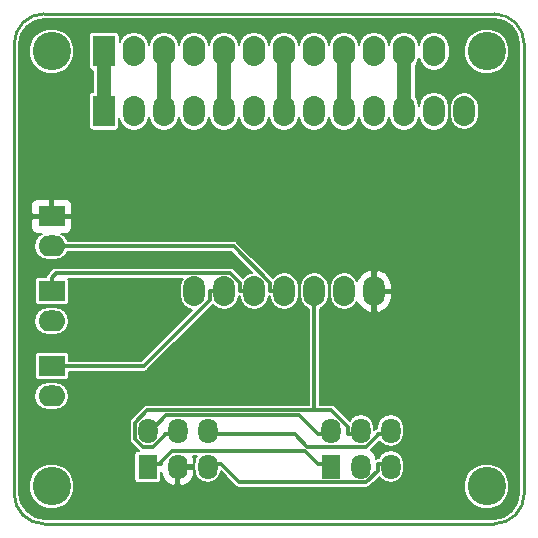
<source format=gtl>
%TF.GenerationSoftware,KiCad,Pcbnew,no-vcs-found-427e5ec~60~ubuntu16.04.1*%
%TF.CreationDate,2017-09-22T14:20:22-04:00*%
%TF.ProjectId,i2c_interface_mpr121,6932635F696E746572666163655F6D70,1.0*%
%TF.SameCoordinates,Original*%
%TF.FileFunction,Copper,L1,Top,Signal*%
%TF.FilePolarity,Positive*%
%FSLAX46Y46*%
G04 Gerber Fmt 4.6, Leading zero omitted, Abs format (unit mm)*
G04 Created by KiCad (PCBNEW no-vcs-found-427e5ec~60~ubuntu16.04.1) date Fri Sep 22 14:20:22 2017*
%MOMM*%
%LPD*%
G01*
G04 APERTURE LIST*
%TA.AperFunction,NonConductor*%
%ADD10C,0.228600*%
%TD*%
%TA.AperFunction,ComponentPad*%
%ADD11R,1.625600X2.133600*%
%TD*%
%TA.AperFunction,ComponentPad*%
%ADD12O,1.625600X2.133600*%
%TD*%
%TA.AperFunction,ComponentPad*%
%ADD13C,3.250000*%
%TD*%
%TA.AperFunction,ComponentPad*%
%ADD14O,1.854200X2.540000*%
%TD*%
%TA.AperFunction,ComponentPad*%
%ADD15R,1.854200X2.540000*%
%TD*%
%TA.AperFunction,ComponentPad*%
%ADD16O,1.905000X2.540000*%
%TD*%
%TA.AperFunction,ComponentPad*%
%ADD17R,1.905000X2.540000*%
%TD*%
%TA.AperFunction,ComponentPad*%
%ADD18O,2.286000X1.778000*%
%TD*%
%TA.AperFunction,ComponentPad*%
%ADD19R,2.286000X1.778000*%
%TD*%
%TA.AperFunction,Conductor*%
%ADD20C,0.304800*%
%TD*%
%TA.AperFunction,Conductor*%
%ADD21C,1.219200*%
%TD*%
%TA.AperFunction,Conductor*%
%ADD22C,0.203200*%
%TD*%
G04 APERTURE END LIST*
D10*
X142240000Y-101600000D02*
X104140000Y-101600000D01*
X144780000Y-142240000D02*
X144780000Y-104140000D01*
X104140000Y-144780000D02*
X142240000Y-144780000D01*
X101600000Y-104140000D02*
X101600000Y-142240000D01*
X144780000Y-104140000D02*
G75*
G03X142240000Y-101600000I-2540000J0D01*
G01*
X142240000Y-144780000D02*
G75*
G03X144780000Y-142240000I0J2540000D01*
G01*
X101600000Y-142240000D02*
G75*
G03X104140000Y-144780000I2540000J0D01*
G01*
X104140000Y-101600000D02*
G75*
G03X101600000Y-104140000I0J-2540000D01*
G01*
D11*
%TO.P,P1,1*%
%TO.N,/DSCLP*%
X112903000Y-139954000D03*
D12*
%TO.P,P1,2*%
%TO.N,/DSCLM*%
X112903000Y-136906000D03*
%TO.P,P1,3*%
%TO.N,VEE*%
X115443000Y-139954000D03*
%TO.P,P1,4*%
%TO.N,GND*%
X115443000Y-136906000D03*
%TO.P,P1,5*%
%TO.N,/DSDAP*%
X117983000Y-139954000D03*
%TO.P,P1,6*%
%TO.N,/DSDAM*%
X117983000Y-136906000D03*
%TD*%
%TO.P,P2,6*%
%TO.N,/DSDAM*%
X133477000Y-136906000D03*
%TO.P,P2,5*%
%TO.N,/DSDAP*%
X133477000Y-139954000D03*
%TO.P,P2,4*%
%TO.N,GND*%
X130937000Y-136906000D03*
%TO.P,P2,3*%
%TO.N,VEE*%
X130937000Y-139954000D03*
%TO.P,P2,2*%
%TO.N,/DSCLM*%
X128397000Y-136906000D03*
D11*
%TO.P,P2,1*%
%TO.N,/DSCLP*%
X128397000Y-139954000D03*
%TD*%
D13*
%TO.P,SO1,1*%
%TO.N,Net-(SO1-Pad1)*%
X104775000Y-104775000D03*
%TD*%
%TO.P,SO2,1*%
%TO.N,Net-(SO2-Pad1)*%
X104775000Y-141605000D03*
%TD*%
%TO.P,SO3,1*%
%TO.N,Net-(SO3-Pad1)*%
X141605000Y-141605000D03*
%TD*%
%TO.P,SO4,1*%
%TO.N,Net-(SO4-Pad1)*%
X141605000Y-104775000D03*
%TD*%
D14*
%TO.P,AF1,13*%
%TO.N,N/C*%
X139700000Y-109855000D03*
%TO.P,AF1,12*%
%TO.N,/IN_0*%
X137160000Y-109855000D03*
%TO.P,AF1,11*%
%TO.N,/IN_1*%
X134620000Y-109855000D03*
%TO.P,AF1,10*%
%TO.N,/IN_2*%
X132080000Y-109855000D03*
%TO.P,AF1,9*%
%TO.N,/IN_3*%
X129540000Y-109855000D03*
%TO.P,AF1,8*%
%TO.N,/IN_4*%
X127000000Y-109855000D03*
%TO.P,AF1,7*%
%TO.N,/IN_5*%
X124460000Y-109855000D03*
%TO.P,AF1,6*%
%TO.N,/IN_6*%
X121920000Y-109855000D03*
%TO.P,AF1,5*%
%TO.N,/IN_7*%
X119380000Y-109855000D03*
%TO.P,AF1,4*%
%TO.N,/IN_8*%
X116840000Y-109855000D03*
%TO.P,AF1,3*%
%TO.N,/IN_9*%
X114300000Y-109855000D03*
%TO.P,AF1,2*%
%TO.N,/IN_10*%
X111760000Y-109855000D03*
D15*
%TO.P,AF1,1*%
%TO.N,/IN_11*%
X109220000Y-109855000D03*
D14*
%TO.P,AF1,14*%
%TO.N,VEE*%
X132080000Y-125095000D03*
%TO.P,AF1,15*%
%TO.N,N/C*%
X129540000Y-125095000D03*
%TO.P,AF1,16*%
%TO.N,GND*%
X127000000Y-125095000D03*
%TO.P,AF1,17*%
%TO.N,/ADDR*%
X124460000Y-125095000D03*
%TO.P,AF1,18*%
%TO.N,/SDA*%
X121920000Y-125095000D03*
%TO.P,AF1,19*%
%TO.N,/SCL*%
X119380000Y-125095000D03*
%TO.P,AF1,20*%
%TO.N,N/C*%
X116840000Y-125095000D03*
%TD*%
D16*
%TO.P,T1,12*%
%TO.N,/IN_0*%
X137160000Y-104775000D03*
%TO.P,T1,11*%
%TO.N,/IN_1*%
X134620000Y-104775000D03*
%TO.P,T1,10*%
%TO.N,/IN_2*%
X132080000Y-104775000D03*
%TO.P,T1,9*%
%TO.N,/IN_3*%
X129540000Y-104775000D03*
%TO.P,T1,8*%
%TO.N,/IN_4*%
X127000000Y-104775000D03*
%TO.P,T1,7*%
%TO.N,/IN_5*%
X124460000Y-104775000D03*
%TO.P,T1,6*%
%TO.N,/IN_6*%
X121920000Y-104775000D03*
%TO.P,T1,5*%
%TO.N,/IN_7*%
X119380000Y-104775000D03*
D17*
%TO.P,T1,1*%
%TO.N,/IN_11*%
X109220000Y-104775000D03*
D16*
%TO.P,T1,2*%
%TO.N,/IN_10*%
X111760000Y-104775000D03*
%TO.P,T1,3*%
%TO.N,/IN_9*%
X114300000Y-104775000D03*
%TO.P,T1,4*%
%TO.N,/IN_8*%
X116840000Y-104775000D03*
%TD*%
D18*
%TO.P,S1,2*%
%TO.N,/ADDR*%
X104775000Y-121285000D03*
D19*
%TO.P,S1,1*%
%TO.N,VEE*%
X104775000Y-118745000D03*
%TD*%
%TO.P,S2,1*%
%TO.N,/SDA*%
X104775000Y-125095000D03*
D18*
%TO.P,S2,2*%
%TO.N,/ADDR*%
X104775000Y-127635000D03*
%TD*%
%TO.P,S3,2*%
%TO.N,/ADDR*%
X104775000Y-133985000D03*
D19*
%TO.P,S3,1*%
%TO.N,/SCL*%
X104775000Y-131445000D03*
%TD*%
D20*
%TO.N,/SCL*%
X118173500Y-125832400D02*
X118173500Y-125095000D01*
X112560900Y-131445000D02*
X118173500Y-125832400D01*
X104775000Y-131445000D02*
X112560900Y-131445000D01*
X119380000Y-125095000D02*
X118173500Y-125095000D01*
%TO.N,/SDA*%
X120713500Y-124357600D02*
X120713500Y-125095000D01*
X119913600Y-123557700D02*
X120713500Y-124357600D01*
X105143900Y-123557700D02*
X119913600Y-123557700D01*
X104775000Y-123926600D02*
X105143900Y-123557700D01*
X104775000Y-125095000D02*
X104775000Y-123926600D01*
X121920000Y-125095000D02*
X120713500Y-125095000D01*
%TO.N,GND*%
X130937000Y-137160000D02*
X129844800Y-137160000D01*
X115443000Y-137160000D02*
X114350800Y-137160000D01*
X127000000Y-125095000D02*
X127000000Y-135164800D01*
X128446900Y-135164800D02*
X127000000Y-135164800D01*
X129844800Y-136562700D02*
X128446900Y-135164800D01*
X129844800Y-137160000D02*
X129844800Y-136562700D01*
X114350800Y-137296800D02*
X114350800Y-137160000D01*
X113395500Y-138252100D02*
X114350800Y-137296800D01*
X112472300Y-138252100D02*
X113395500Y-138252100D01*
X111834900Y-137614700D02*
X112472300Y-138252100D01*
X111834900Y-136210600D02*
X111834900Y-137614700D01*
X112880700Y-135164800D02*
X111834900Y-136210600D01*
X127000000Y-135164800D02*
X112880700Y-135164800D01*
D21*
%TO.N,/IN_11*%
X109220000Y-104775000D02*
X109220000Y-109855000D01*
%TO.N,/IN_9*%
X114300000Y-104775000D02*
X114300000Y-109855000D01*
%TO.N,/IN_7*%
X119380000Y-104775000D02*
X119380000Y-109855000D01*
%TO.N,/IN_5*%
X124460000Y-104775000D02*
X124460000Y-109855000D01*
%TO.N,/IN_3*%
X129540000Y-104775000D02*
X129540000Y-109855000D01*
%TO.N,/IN_1*%
X134620000Y-104775000D02*
X134620000Y-109855000D01*
D20*
%TO.N,/DSCLP*%
X112903000Y-139700000D02*
X113995200Y-139700000D01*
X128397000Y-139700000D02*
X127304800Y-139700000D01*
X126212600Y-138607800D02*
X127304800Y-139700000D01*
X114950900Y-138607800D02*
X126212600Y-138607800D01*
X113995200Y-139563500D02*
X114950900Y-138607800D01*
X113995200Y-139700000D02*
X113995200Y-139563500D01*
%TO.N,/DSCLM*%
X114491400Y-135571600D02*
X112903000Y-137160000D01*
X125716400Y-135571600D02*
X114491400Y-135571600D01*
X127304800Y-137160000D02*
X125716400Y-135571600D01*
X128397000Y-137160000D02*
X127304800Y-137160000D01*
%TO.N,/DSDAP*%
X120650400Y-141275200D02*
X119075200Y-139700000D01*
X131406900Y-141275200D02*
X120650400Y-141275200D01*
X132384800Y-140297300D02*
X131406900Y-141275200D01*
X132384800Y-139700000D02*
X132384800Y-140297300D01*
X133477000Y-139700000D02*
X132384800Y-139700000D01*
X117983000Y-139700000D02*
X119075200Y-139700000D01*
%TO.N,/DSDAM*%
X132384800Y-137296800D02*
X132384800Y-137160000D01*
X131429500Y-138252100D02*
X132384800Y-137296800D01*
X126432200Y-138252100D02*
X131429500Y-138252100D01*
X125340100Y-137160000D02*
X126432200Y-138252100D01*
X117983000Y-137160000D02*
X125340100Y-137160000D01*
X133477000Y-137160000D02*
X132384800Y-137160000D01*
%TO.N,/ADDR*%
X123253500Y-124357600D02*
X123253500Y-125095000D01*
X120180900Y-121285000D02*
X123253500Y-124357600D01*
X104775000Y-121285000D02*
X120180900Y-121285000D01*
X124460000Y-125095000D02*
X123253500Y-125095000D01*
%TD*%
D22*
%TO.N,VEE*%
G36*
X143048490Y-102188129D02*
X143733896Y-102646102D01*
X144191871Y-103331510D01*
X144360900Y-104181277D01*
X144360900Y-142198723D01*
X144191871Y-143048490D01*
X143733896Y-143733898D01*
X143048490Y-144191871D01*
X142198723Y-144360900D01*
X104181277Y-144360900D01*
X103331510Y-144191871D01*
X102646102Y-143733896D01*
X102188129Y-143048490D01*
X102019100Y-142198723D01*
X102019100Y-141987177D01*
X102844866Y-141987177D01*
X103138041Y-142696716D01*
X103680429Y-143240051D01*
X104389455Y-143534464D01*
X105157177Y-143535134D01*
X105866716Y-143241959D01*
X106410051Y-142699571D01*
X106704464Y-141990545D01*
X106704466Y-141987177D01*
X139674866Y-141987177D01*
X139968041Y-142696716D01*
X140510429Y-143240051D01*
X141219455Y-143534464D01*
X141987177Y-143535134D01*
X142696716Y-143241959D01*
X143240051Y-142699571D01*
X143534464Y-141990545D01*
X143535134Y-141222823D01*
X143241959Y-140513284D01*
X142699571Y-139969949D01*
X141990545Y-139675536D01*
X141222823Y-139674866D01*
X140513284Y-139968041D01*
X139969949Y-140510429D01*
X139675536Y-141219455D01*
X139674866Y-141987177D01*
X106704466Y-141987177D01*
X106705134Y-141222823D01*
X106411959Y-140513284D01*
X105869571Y-139969949D01*
X105160545Y-139675536D01*
X104392823Y-139674866D01*
X103683284Y-139968041D01*
X103139949Y-140510429D01*
X102845536Y-141219455D01*
X102844866Y-141987177D01*
X102019100Y-141987177D01*
X102019100Y-136210600D01*
X111377700Y-136210600D01*
X111377700Y-137614700D01*
X111412502Y-137789663D01*
X111511611Y-137937989D01*
X112149011Y-138575389D01*
X112150567Y-138576429D01*
X112090200Y-138576429D01*
X111971273Y-138600085D01*
X111870452Y-138667452D01*
X111803085Y-138768273D01*
X111779429Y-138887200D01*
X111779429Y-141020800D01*
X111803085Y-141139727D01*
X111870452Y-141240548D01*
X111971273Y-141307915D01*
X112090200Y-141331571D01*
X113715800Y-141331571D01*
X113834727Y-141307915D01*
X113935548Y-141240548D01*
X114002915Y-141139727D01*
X114026571Y-141020800D01*
X114026571Y-140364478D01*
X114172494Y-140867408D01*
X114521550Y-141303415D01*
X115010888Y-141572655D01*
X115071245Y-141580960D01*
X115290600Y-141468823D01*
X115290600Y-140106400D01*
X115595400Y-140106400D01*
X115595400Y-141468823D01*
X115814755Y-141580960D01*
X115875112Y-141572655D01*
X116364450Y-141303415D01*
X116713506Y-140867408D01*
X116869139Y-140331012D01*
X116718424Y-140106400D01*
X115595400Y-140106400D01*
X115290600Y-140106400D01*
X115270600Y-140106400D01*
X115270600Y-139801600D01*
X115290600Y-139801600D01*
X115290600Y-139781600D01*
X115595400Y-139781600D01*
X115595400Y-139801600D01*
X116718424Y-139801600D01*
X116869139Y-139576988D01*
X116720588Y-139065000D01*
X117071039Y-139065000D01*
X116950472Y-139245442D01*
X116865400Y-139673129D01*
X116865400Y-140234871D01*
X116950472Y-140662558D01*
X117192737Y-141025134D01*
X117555313Y-141267399D01*
X117983000Y-141352471D01*
X118410687Y-141267399D01*
X118773263Y-141025134D01*
X119015528Y-140662558D01*
X119077853Y-140349231D01*
X120327111Y-141598489D01*
X120475437Y-141697598D01*
X120650400Y-141732400D01*
X131406900Y-141732400D01*
X131581863Y-141697598D01*
X131730189Y-141598489D01*
X132533252Y-140795427D01*
X132686737Y-141025134D01*
X133049313Y-141267399D01*
X133477000Y-141352471D01*
X133904687Y-141267399D01*
X134267263Y-141025134D01*
X134509528Y-140662558D01*
X134594600Y-140234871D01*
X134594600Y-139673129D01*
X134509528Y-139245442D01*
X134267263Y-138882866D01*
X133904687Y-138640601D01*
X133477000Y-138555529D01*
X133049313Y-138640601D01*
X132686737Y-138882866D01*
X132446237Y-139242800D01*
X132384800Y-139242800D01*
X132272648Y-139265108D01*
X132207506Y-139040592D01*
X131858450Y-138604585D01*
X131771457Y-138556721D01*
X132552277Y-137775901D01*
X132686737Y-137977134D01*
X133049313Y-138219399D01*
X133477000Y-138304471D01*
X133904687Y-138219399D01*
X134267263Y-137977134D01*
X134509528Y-137614558D01*
X134594600Y-137186871D01*
X134594600Y-136625129D01*
X134509528Y-136197442D01*
X134267263Y-135834866D01*
X133904687Y-135592601D01*
X133477000Y-135507529D01*
X133049313Y-135592601D01*
X132686737Y-135834866D01*
X132444472Y-136197442D01*
X132359400Y-136625129D01*
X132359400Y-136707852D01*
X132209837Y-136737602D01*
X132061511Y-136836711D01*
X132054600Y-136847054D01*
X132054600Y-136625129D01*
X131969528Y-136197442D01*
X131727263Y-135834866D01*
X131364687Y-135592601D01*
X130937000Y-135507529D01*
X130509313Y-135592601D01*
X130146737Y-135834866D01*
X129993252Y-136064574D01*
X128770189Y-134841511D01*
X128621863Y-134742402D01*
X128446900Y-134707600D01*
X127457200Y-134707600D01*
X127457200Y-126609709D01*
X127471428Y-126606879D01*
X127871085Y-126339837D01*
X128138127Y-125940180D01*
X128231900Y-125468752D01*
X128231900Y-124721248D01*
X128308100Y-124721248D01*
X128308100Y-125468752D01*
X128401873Y-125940180D01*
X128668915Y-126339837D01*
X129068572Y-126606879D01*
X129540000Y-126700652D01*
X130011428Y-126606879D01*
X130411085Y-126339837D01*
X130658586Y-125969425D01*
X130718595Y-126166769D01*
X131101152Y-126632274D01*
X131632730Y-126915947D01*
X131690269Y-126924357D01*
X131927600Y-126813785D01*
X131927600Y-125247400D01*
X132232400Y-125247400D01*
X132232400Y-126813785D01*
X132469731Y-126924357D01*
X132527270Y-126915947D01*
X133058848Y-126632274D01*
X133441405Y-126166769D01*
X133616700Y-125590300D01*
X133616700Y-125247400D01*
X132232400Y-125247400D01*
X131927600Y-125247400D01*
X131907600Y-125247400D01*
X131907600Y-124942600D01*
X131927600Y-124942600D01*
X131927600Y-123376215D01*
X132232400Y-123376215D01*
X132232400Y-124942600D01*
X133616700Y-124942600D01*
X133616700Y-124599700D01*
X133441405Y-124023231D01*
X133058848Y-123557726D01*
X132527270Y-123274053D01*
X132469731Y-123265643D01*
X132232400Y-123376215D01*
X131927600Y-123376215D01*
X131690269Y-123265643D01*
X131632730Y-123274053D01*
X131101152Y-123557726D01*
X130718595Y-124023231D01*
X130658586Y-124220575D01*
X130411085Y-123850163D01*
X130011428Y-123583121D01*
X129540000Y-123489348D01*
X129068572Y-123583121D01*
X128668915Y-123850163D01*
X128401873Y-124249820D01*
X128308100Y-124721248D01*
X128231900Y-124721248D01*
X128138127Y-124249820D01*
X127871085Y-123850163D01*
X127471428Y-123583121D01*
X127000000Y-123489348D01*
X126528572Y-123583121D01*
X126128915Y-123850163D01*
X125861873Y-124249820D01*
X125768100Y-124721248D01*
X125768100Y-125468752D01*
X125861873Y-125940180D01*
X126128915Y-126339837D01*
X126528572Y-126606879D01*
X126542800Y-126609709D01*
X126542800Y-134707600D01*
X112880700Y-134707600D01*
X112705737Y-134742402D01*
X112557411Y-134841510D01*
X111511611Y-135887311D01*
X111412502Y-136035637D01*
X111377700Y-136210600D01*
X102019100Y-136210600D01*
X102019100Y-133985000D01*
X103298836Y-133985000D01*
X103389709Y-134441847D01*
X103648492Y-134829144D01*
X104035789Y-135087927D01*
X104492636Y-135178800D01*
X105057364Y-135178800D01*
X105514211Y-135087927D01*
X105901508Y-134829144D01*
X106160291Y-134441847D01*
X106251164Y-133985000D01*
X106160291Y-133528153D01*
X105901508Y-133140856D01*
X105514211Y-132882073D01*
X105057364Y-132791200D01*
X104492636Y-132791200D01*
X104035789Y-132882073D01*
X103648492Y-133140856D01*
X103389709Y-133528153D01*
X103298836Y-133985000D01*
X102019100Y-133985000D01*
X102019100Y-127635000D01*
X103298836Y-127635000D01*
X103389709Y-128091847D01*
X103648492Y-128479144D01*
X104035789Y-128737927D01*
X104492636Y-128828800D01*
X105057364Y-128828800D01*
X105514211Y-128737927D01*
X105901508Y-128479144D01*
X106160291Y-128091847D01*
X106251164Y-127635000D01*
X106160291Y-127178153D01*
X105901508Y-126790856D01*
X105514211Y-126532073D01*
X105057364Y-126441200D01*
X104492636Y-126441200D01*
X104035789Y-126532073D01*
X103648492Y-126790856D01*
X103389709Y-127178153D01*
X103298836Y-127635000D01*
X102019100Y-127635000D01*
X102019100Y-119049800D01*
X103022400Y-119049800D01*
X103022400Y-119755257D01*
X103115206Y-119979311D01*
X103286689Y-120150794D01*
X103510743Y-120243600D01*
X103943707Y-120243600D01*
X103648492Y-120440856D01*
X103389709Y-120828153D01*
X103298836Y-121285000D01*
X103389709Y-121741847D01*
X103648492Y-122129144D01*
X104035789Y-122387927D01*
X104492636Y-122478800D01*
X105057364Y-122478800D01*
X105514211Y-122387927D01*
X105901508Y-122129144D01*
X106160055Y-121742200D01*
X119991522Y-121742200D01*
X121768754Y-123519433D01*
X121448572Y-123583121D01*
X121048915Y-123850163D01*
X120970299Y-123967820D01*
X120236889Y-123234411D01*
X120088563Y-123135302D01*
X119913600Y-123100500D01*
X105143900Y-123100500D01*
X104968937Y-123135302D01*
X104820611Y-123234411D01*
X104451711Y-123603311D01*
X104352602Y-123751637D01*
X104324040Y-123895229D01*
X103632000Y-123895229D01*
X103513073Y-123918885D01*
X103412252Y-123986252D01*
X103344885Y-124087073D01*
X103321229Y-124206000D01*
X103321229Y-125984000D01*
X103344885Y-126102927D01*
X103412252Y-126203748D01*
X103513073Y-126271115D01*
X103632000Y-126294771D01*
X105918000Y-126294771D01*
X106036927Y-126271115D01*
X106137748Y-126203748D01*
X106205115Y-126102927D01*
X106228771Y-125984000D01*
X106228771Y-124206000D01*
X106205115Y-124087073D01*
X106156890Y-124014900D01*
X115858841Y-124014900D01*
X115701873Y-124249820D01*
X115608100Y-124721248D01*
X115608100Y-125468752D01*
X115701873Y-125940180D01*
X115968915Y-126339837D01*
X116368572Y-126606879D01*
X116688755Y-126670567D01*
X112371522Y-130987800D01*
X106228771Y-130987800D01*
X106228771Y-130556000D01*
X106205115Y-130437073D01*
X106137748Y-130336252D01*
X106036927Y-130268885D01*
X105918000Y-130245229D01*
X103632000Y-130245229D01*
X103513073Y-130268885D01*
X103412252Y-130336252D01*
X103344885Y-130437073D01*
X103321229Y-130556000D01*
X103321229Y-132334000D01*
X103344885Y-132452927D01*
X103412252Y-132553748D01*
X103513073Y-132621115D01*
X103632000Y-132644771D01*
X105918000Y-132644771D01*
X106036927Y-132621115D01*
X106137748Y-132553748D01*
X106205115Y-132452927D01*
X106228771Y-132334000D01*
X106228771Y-131902200D01*
X112560900Y-131902200D01*
X112735863Y-131867398D01*
X112884189Y-131768289D01*
X118430299Y-126222179D01*
X118508915Y-126339837D01*
X118908572Y-126606879D01*
X119380000Y-126700652D01*
X119851428Y-126606879D01*
X120251085Y-126339837D01*
X120518127Y-125940180D01*
X120599800Y-125529584D01*
X120704336Y-125550377D01*
X120781873Y-125940180D01*
X121048915Y-126339837D01*
X121448572Y-126606879D01*
X121920000Y-126700652D01*
X122391428Y-126606879D01*
X122791085Y-126339837D01*
X123058127Y-125940180D01*
X123139800Y-125529584D01*
X123244336Y-125550377D01*
X123321873Y-125940180D01*
X123588915Y-126339837D01*
X123988572Y-126606879D01*
X124460000Y-126700652D01*
X124931428Y-126606879D01*
X125331085Y-126339837D01*
X125598127Y-125940180D01*
X125691900Y-125468752D01*
X125691900Y-124721248D01*
X125598127Y-124249820D01*
X125331085Y-123850163D01*
X124931428Y-123583121D01*
X124460000Y-123489348D01*
X123988572Y-123583121D01*
X123588915Y-123850163D01*
X123510299Y-123967820D01*
X120504189Y-120961711D01*
X120355863Y-120862602D01*
X120180900Y-120827800D01*
X106160055Y-120827800D01*
X105901508Y-120440856D01*
X105606293Y-120243600D01*
X106039257Y-120243600D01*
X106263311Y-120150794D01*
X106434794Y-119979311D01*
X106527600Y-119755257D01*
X106527600Y-119049800D01*
X106375200Y-118897400D01*
X104927400Y-118897400D01*
X104927400Y-118917400D01*
X104622600Y-118917400D01*
X104622600Y-118897400D01*
X103174800Y-118897400D01*
X103022400Y-119049800D01*
X102019100Y-119049800D01*
X102019100Y-117734743D01*
X103022400Y-117734743D01*
X103022400Y-118440200D01*
X103174800Y-118592600D01*
X104622600Y-118592600D01*
X104622600Y-117398800D01*
X104927400Y-117398800D01*
X104927400Y-118592600D01*
X106375200Y-118592600D01*
X106527600Y-118440200D01*
X106527600Y-117734743D01*
X106434794Y-117510689D01*
X106263311Y-117339206D01*
X106039257Y-117246400D01*
X105079800Y-117246400D01*
X104927400Y-117398800D01*
X104622600Y-117398800D01*
X104470200Y-117246400D01*
X103510743Y-117246400D01*
X103286689Y-117339206D01*
X103115206Y-117510689D01*
X103022400Y-117734743D01*
X102019100Y-117734743D01*
X102019100Y-105157177D01*
X102844866Y-105157177D01*
X103138041Y-105866716D01*
X103680429Y-106410051D01*
X104389455Y-106704464D01*
X105157177Y-106705134D01*
X105866716Y-106411959D01*
X106410051Y-105869571D01*
X106704464Y-105160545D01*
X106705134Y-104392823D01*
X106411959Y-103683284D01*
X106233986Y-103505000D01*
X107904934Y-103505000D01*
X107904934Y-106045000D01*
X107932533Y-106183748D01*
X108011127Y-106301373D01*
X108128752Y-106379967D01*
X108254800Y-106405040D01*
X108254800Y-108230013D01*
X108154152Y-108250033D01*
X108036527Y-108328627D01*
X107957933Y-108446252D01*
X107930334Y-108585000D01*
X107930334Y-111125000D01*
X107957933Y-111263748D01*
X108036527Y-111381373D01*
X108154152Y-111459967D01*
X108292900Y-111487566D01*
X110147100Y-111487566D01*
X110285848Y-111459967D01*
X110403473Y-111381373D01*
X110482067Y-111263748D01*
X110509666Y-111125000D01*
X110509666Y-110392461D01*
X110574940Y-110720615D01*
X110852994Y-111136753D01*
X111269132Y-111414807D01*
X111760000Y-111512447D01*
X112250868Y-111414807D01*
X112667006Y-111136753D01*
X112945060Y-110720615D01*
X113030000Y-110293594D01*
X113114940Y-110720615D01*
X113392994Y-111136753D01*
X113809132Y-111414807D01*
X114300000Y-111512447D01*
X114790868Y-111414807D01*
X115207006Y-111136753D01*
X115485060Y-110720615D01*
X115570000Y-110293594D01*
X115654940Y-110720615D01*
X115932994Y-111136753D01*
X116349132Y-111414807D01*
X116840000Y-111512447D01*
X117330868Y-111414807D01*
X117747006Y-111136753D01*
X118025060Y-110720615D01*
X118110000Y-110293594D01*
X118194940Y-110720615D01*
X118472994Y-111136753D01*
X118889132Y-111414807D01*
X119380000Y-111512447D01*
X119870868Y-111414807D01*
X120287006Y-111136753D01*
X120565060Y-110720615D01*
X120650000Y-110293594D01*
X120734940Y-110720615D01*
X121012994Y-111136753D01*
X121429132Y-111414807D01*
X121920000Y-111512447D01*
X122410868Y-111414807D01*
X122827006Y-111136753D01*
X123105060Y-110720615D01*
X123190000Y-110293594D01*
X123274940Y-110720615D01*
X123552994Y-111136753D01*
X123969132Y-111414807D01*
X124460000Y-111512447D01*
X124950868Y-111414807D01*
X125367006Y-111136753D01*
X125645060Y-110720615D01*
X125730000Y-110293594D01*
X125814940Y-110720615D01*
X126092994Y-111136753D01*
X126509132Y-111414807D01*
X127000000Y-111512447D01*
X127490868Y-111414807D01*
X127907006Y-111136753D01*
X128185060Y-110720615D01*
X128270000Y-110293594D01*
X128354940Y-110720615D01*
X128632994Y-111136753D01*
X129049132Y-111414807D01*
X129540000Y-111512447D01*
X130030868Y-111414807D01*
X130447006Y-111136753D01*
X130725060Y-110720615D01*
X130810000Y-110293594D01*
X130894940Y-110720615D01*
X131172994Y-111136753D01*
X131589132Y-111414807D01*
X132080000Y-111512447D01*
X132570868Y-111414807D01*
X132987006Y-111136753D01*
X133265060Y-110720615D01*
X133350000Y-110293594D01*
X133434940Y-110720615D01*
X133712994Y-111136753D01*
X134129132Y-111414807D01*
X134620000Y-111512447D01*
X135110868Y-111414807D01*
X135527006Y-111136753D01*
X135805060Y-110720615D01*
X135890000Y-110293594D01*
X135974940Y-110720615D01*
X136252994Y-111136753D01*
X136669132Y-111414807D01*
X137160000Y-111512447D01*
X137650868Y-111414807D01*
X138067006Y-111136753D01*
X138345060Y-110720615D01*
X138442700Y-110229747D01*
X138442700Y-109481248D01*
X138468100Y-109481248D01*
X138468100Y-110228752D01*
X138561873Y-110700180D01*
X138828915Y-111099837D01*
X139228572Y-111366879D01*
X139700000Y-111460652D01*
X140171428Y-111366879D01*
X140571085Y-111099837D01*
X140838127Y-110700180D01*
X140931900Y-110228752D01*
X140931900Y-109481248D01*
X140838127Y-109009820D01*
X140571085Y-108610163D01*
X140171428Y-108343121D01*
X139700000Y-108249348D01*
X139228572Y-108343121D01*
X138828915Y-108610163D01*
X138561873Y-109009820D01*
X138468100Y-109481248D01*
X138442700Y-109481248D01*
X138442700Y-109480253D01*
X138345060Y-108989385D01*
X138067006Y-108573247D01*
X137650868Y-108295193D01*
X137160000Y-108197553D01*
X136669132Y-108295193D01*
X136252994Y-108573247D01*
X135974940Y-108989385D01*
X135890000Y-109416406D01*
X135805060Y-108989385D01*
X135585200Y-108660341D01*
X135585200Y-105989099D01*
X135828527Y-105624935D01*
X135890000Y-105315889D01*
X135951473Y-105624935D01*
X136235034Y-106049313D01*
X136659412Y-106332874D01*
X137160000Y-106432447D01*
X137660588Y-106332874D01*
X138084966Y-106049313D01*
X138368527Y-105624935D01*
X138461569Y-105157177D01*
X139674866Y-105157177D01*
X139968041Y-105866716D01*
X140510429Y-106410051D01*
X141219455Y-106704464D01*
X141987177Y-106705134D01*
X142696716Y-106411959D01*
X143240051Y-105869571D01*
X143534464Y-105160545D01*
X143535134Y-104392823D01*
X143241959Y-103683284D01*
X142699571Y-103139949D01*
X141990545Y-102845536D01*
X141222823Y-102844866D01*
X140513284Y-103138041D01*
X139969949Y-103680429D01*
X139675536Y-104389455D01*
X139674866Y-105157177D01*
X138461569Y-105157177D01*
X138468100Y-105124347D01*
X138468100Y-104425653D01*
X138368527Y-103925065D01*
X138084966Y-103500687D01*
X137660588Y-103217126D01*
X137160000Y-103117553D01*
X136659412Y-103217126D01*
X136235034Y-103500687D01*
X135951473Y-103925065D01*
X135890000Y-104234111D01*
X135828527Y-103925065D01*
X135544966Y-103500687D01*
X135120588Y-103217126D01*
X134620000Y-103117553D01*
X134119412Y-103217126D01*
X133695034Y-103500687D01*
X133411473Y-103925065D01*
X133350000Y-104234111D01*
X133288527Y-103925065D01*
X133004966Y-103500687D01*
X132580588Y-103217126D01*
X132080000Y-103117553D01*
X131579412Y-103217126D01*
X131155034Y-103500687D01*
X130871473Y-103925065D01*
X130810000Y-104234111D01*
X130748527Y-103925065D01*
X130464966Y-103500687D01*
X130040588Y-103217126D01*
X129540000Y-103117553D01*
X129039412Y-103217126D01*
X128615034Y-103500687D01*
X128331473Y-103925065D01*
X128270000Y-104234111D01*
X128208527Y-103925065D01*
X127924966Y-103500687D01*
X127500588Y-103217126D01*
X127000000Y-103117553D01*
X126499412Y-103217126D01*
X126075034Y-103500687D01*
X125791473Y-103925065D01*
X125730000Y-104234111D01*
X125668527Y-103925065D01*
X125384966Y-103500687D01*
X124960588Y-103217126D01*
X124460000Y-103117553D01*
X123959412Y-103217126D01*
X123535034Y-103500687D01*
X123251473Y-103925065D01*
X123190000Y-104234111D01*
X123128527Y-103925065D01*
X122844966Y-103500687D01*
X122420588Y-103217126D01*
X121920000Y-103117553D01*
X121419412Y-103217126D01*
X120995034Y-103500687D01*
X120711473Y-103925065D01*
X120650000Y-104234111D01*
X120588527Y-103925065D01*
X120304966Y-103500687D01*
X119880588Y-103217126D01*
X119380000Y-103117553D01*
X118879412Y-103217126D01*
X118455034Y-103500687D01*
X118171473Y-103925065D01*
X118110000Y-104234111D01*
X118048527Y-103925065D01*
X117764966Y-103500687D01*
X117340588Y-103217126D01*
X116840000Y-103117553D01*
X116339412Y-103217126D01*
X115915034Y-103500687D01*
X115631473Y-103925065D01*
X115570000Y-104234111D01*
X115508527Y-103925065D01*
X115224966Y-103500687D01*
X114800588Y-103217126D01*
X114300000Y-103117553D01*
X113799412Y-103217126D01*
X113375034Y-103500687D01*
X113091473Y-103925065D01*
X113030000Y-104234111D01*
X112968527Y-103925065D01*
X112684966Y-103500687D01*
X112260588Y-103217126D01*
X111760000Y-103117553D01*
X111259412Y-103217126D01*
X110835034Y-103500687D01*
X110551473Y-103925065D01*
X110535066Y-104007549D01*
X110535066Y-103505000D01*
X110507467Y-103366252D01*
X110428873Y-103248627D01*
X110311248Y-103170033D01*
X110172500Y-103142434D01*
X108267500Y-103142434D01*
X108128752Y-103170033D01*
X108011127Y-103248627D01*
X107932533Y-103366252D01*
X107904934Y-103505000D01*
X106233986Y-103505000D01*
X105869571Y-103139949D01*
X105160545Y-102845536D01*
X104392823Y-102844866D01*
X103683284Y-103138041D01*
X103139949Y-103680429D01*
X102845536Y-104389455D01*
X102844866Y-105157177D01*
X102019100Y-105157177D01*
X102019100Y-104181277D01*
X102188129Y-103331510D01*
X102646102Y-102646104D01*
X103331510Y-102188129D01*
X104181277Y-102019100D01*
X142198723Y-102019100D01*
X143048490Y-102188129D01*
X143048490Y-102188129D01*
G37*
X143048490Y-102188129D02*
X143733896Y-102646102D01*
X144191871Y-103331510D01*
X144360900Y-104181277D01*
X144360900Y-142198723D01*
X144191871Y-143048490D01*
X143733896Y-143733898D01*
X143048490Y-144191871D01*
X142198723Y-144360900D01*
X104181277Y-144360900D01*
X103331510Y-144191871D01*
X102646102Y-143733896D01*
X102188129Y-143048490D01*
X102019100Y-142198723D01*
X102019100Y-141987177D01*
X102844866Y-141987177D01*
X103138041Y-142696716D01*
X103680429Y-143240051D01*
X104389455Y-143534464D01*
X105157177Y-143535134D01*
X105866716Y-143241959D01*
X106410051Y-142699571D01*
X106704464Y-141990545D01*
X106704466Y-141987177D01*
X139674866Y-141987177D01*
X139968041Y-142696716D01*
X140510429Y-143240051D01*
X141219455Y-143534464D01*
X141987177Y-143535134D01*
X142696716Y-143241959D01*
X143240051Y-142699571D01*
X143534464Y-141990545D01*
X143535134Y-141222823D01*
X143241959Y-140513284D01*
X142699571Y-139969949D01*
X141990545Y-139675536D01*
X141222823Y-139674866D01*
X140513284Y-139968041D01*
X139969949Y-140510429D01*
X139675536Y-141219455D01*
X139674866Y-141987177D01*
X106704466Y-141987177D01*
X106705134Y-141222823D01*
X106411959Y-140513284D01*
X105869571Y-139969949D01*
X105160545Y-139675536D01*
X104392823Y-139674866D01*
X103683284Y-139968041D01*
X103139949Y-140510429D01*
X102845536Y-141219455D01*
X102844866Y-141987177D01*
X102019100Y-141987177D01*
X102019100Y-136210600D01*
X111377700Y-136210600D01*
X111377700Y-137614700D01*
X111412502Y-137789663D01*
X111511611Y-137937989D01*
X112149011Y-138575389D01*
X112150567Y-138576429D01*
X112090200Y-138576429D01*
X111971273Y-138600085D01*
X111870452Y-138667452D01*
X111803085Y-138768273D01*
X111779429Y-138887200D01*
X111779429Y-141020800D01*
X111803085Y-141139727D01*
X111870452Y-141240548D01*
X111971273Y-141307915D01*
X112090200Y-141331571D01*
X113715800Y-141331571D01*
X113834727Y-141307915D01*
X113935548Y-141240548D01*
X114002915Y-141139727D01*
X114026571Y-141020800D01*
X114026571Y-140364478D01*
X114172494Y-140867408D01*
X114521550Y-141303415D01*
X115010888Y-141572655D01*
X115071245Y-141580960D01*
X115290600Y-141468823D01*
X115290600Y-140106400D01*
X115595400Y-140106400D01*
X115595400Y-141468823D01*
X115814755Y-141580960D01*
X115875112Y-141572655D01*
X116364450Y-141303415D01*
X116713506Y-140867408D01*
X116869139Y-140331012D01*
X116718424Y-140106400D01*
X115595400Y-140106400D01*
X115290600Y-140106400D01*
X115270600Y-140106400D01*
X115270600Y-139801600D01*
X115290600Y-139801600D01*
X115290600Y-139781600D01*
X115595400Y-139781600D01*
X115595400Y-139801600D01*
X116718424Y-139801600D01*
X116869139Y-139576988D01*
X116720588Y-139065000D01*
X117071039Y-139065000D01*
X116950472Y-139245442D01*
X116865400Y-139673129D01*
X116865400Y-140234871D01*
X116950472Y-140662558D01*
X117192737Y-141025134D01*
X117555313Y-141267399D01*
X117983000Y-141352471D01*
X118410687Y-141267399D01*
X118773263Y-141025134D01*
X119015528Y-140662558D01*
X119077853Y-140349231D01*
X120327111Y-141598489D01*
X120475437Y-141697598D01*
X120650400Y-141732400D01*
X131406900Y-141732400D01*
X131581863Y-141697598D01*
X131730189Y-141598489D01*
X132533252Y-140795427D01*
X132686737Y-141025134D01*
X133049313Y-141267399D01*
X133477000Y-141352471D01*
X133904687Y-141267399D01*
X134267263Y-141025134D01*
X134509528Y-140662558D01*
X134594600Y-140234871D01*
X134594600Y-139673129D01*
X134509528Y-139245442D01*
X134267263Y-138882866D01*
X133904687Y-138640601D01*
X133477000Y-138555529D01*
X133049313Y-138640601D01*
X132686737Y-138882866D01*
X132446237Y-139242800D01*
X132384800Y-139242800D01*
X132272648Y-139265108D01*
X132207506Y-139040592D01*
X131858450Y-138604585D01*
X131771457Y-138556721D01*
X132552277Y-137775901D01*
X132686737Y-137977134D01*
X133049313Y-138219399D01*
X133477000Y-138304471D01*
X133904687Y-138219399D01*
X134267263Y-137977134D01*
X134509528Y-137614558D01*
X134594600Y-137186871D01*
X134594600Y-136625129D01*
X134509528Y-136197442D01*
X134267263Y-135834866D01*
X133904687Y-135592601D01*
X133477000Y-135507529D01*
X133049313Y-135592601D01*
X132686737Y-135834866D01*
X132444472Y-136197442D01*
X132359400Y-136625129D01*
X132359400Y-136707852D01*
X132209837Y-136737602D01*
X132061511Y-136836711D01*
X132054600Y-136847054D01*
X132054600Y-136625129D01*
X131969528Y-136197442D01*
X131727263Y-135834866D01*
X131364687Y-135592601D01*
X130937000Y-135507529D01*
X130509313Y-135592601D01*
X130146737Y-135834866D01*
X129993252Y-136064574D01*
X128770189Y-134841511D01*
X128621863Y-134742402D01*
X128446900Y-134707600D01*
X127457200Y-134707600D01*
X127457200Y-126609709D01*
X127471428Y-126606879D01*
X127871085Y-126339837D01*
X128138127Y-125940180D01*
X128231900Y-125468752D01*
X128231900Y-124721248D01*
X128308100Y-124721248D01*
X128308100Y-125468752D01*
X128401873Y-125940180D01*
X128668915Y-126339837D01*
X129068572Y-126606879D01*
X129540000Y-126700652D01*
X130011428Y-126606879D01*
X130411085Y-126339837D01*
X130658586Y-125969425D01*
X130718595Y-126166769D01*
X131101152Y-126632274D01*
X131632730Y-126915947D01*
X131690269Y-126924357D01*
X131927600Y-126813785D01*
X131927600Y-125247400D01*
X132232400Y-125247400D01*
X132232400Y-126813785D01*
X132469731Y-126924357D01*
X132527270Y-126915947D01*
X133058848Y-126632274D01*
X133441405Y-126166769D01*
X133616700Y-125590300D01*
X133616700Y-125247400D01*
X132232400Y-125247400D01*
X131927600Y-125247400D01*
X131907600Y-125247400D01*
X131907600Y-124942600D01*
X131927600Y-124942600D01*
X131927600Y-123376215D01*
X132232400Y-123376215D01*
X132232400Y-124942600D01*
X133616700Y-124942600D01*
X133616700Y-124599700D01*
X133441405Y-124023231D01*
X133058848Y-123557726D01*
X132527270Y-123274053D01*
X132469731Y-123265643D01*
X132232400Y-123376215D01*
X131927600Y-123376215D01*
X131690269Y-123265643D01*
X131632730Y-123274053D01*
X131101152Y-123557726D01*
X130718595Y-124023231D01*
X130658586Y-124220575D01*
X130411085Y-123850163D01*
X130011428Y-123583121D01*
X129540000Y-123489348D01*
X129068572Y-123583121D01*
X128668915Y-123850163D01*
X128401873Y-124249820D01*
X128308100Y-124721248D01*
X128231900Y-124721248D01*
X128138127Y-124249820D01*
X127871085Y-123850163D01*
X127471428Y-123583121D01*
X127000000Y-123489348D01*
X126528572Y-123583121D01*
X126128915Y-123850163D01*
X125861873Y-124249820D01*
X125768100Y-124721248D01*
X125768100Y-125468752D01*
X125861873Y-125940180D01*
X126128915Y-126339837D01*
X126528572Y-126606879D01*
X126542800Y-126609709D01*
X126542800Y-134707600D01*
X112880700Y-134707600D01*
X112705737Y-134742402D01*
X112557411Y-134841510D01*
X111511611Y-135887311D01*
X111412502Y-136035637D01*
X111377700Y-136210600D01*
X102019100Y-136210600D01*
X102019100Y-133985000D01*
X103298836Y-133985000D01*
X103389709Y-134441847D01*
X103648492Y-134829144D01*
X104035789Y-135087927D01*
X104492636Y-135178800D01*
X105057364Y-135178800D01*
X105514211Y-135087927D01*
X105901508Y-134829144D01*
X106160291Y-134441847D01*
X106251164Y-133985000D01*
X106160291Y-133528153D01*
X105901508Y-133140856D01*
X105514211Y-132882073D01*
X105057364Y-132791200D01*
X104492636Y-132791200D01*
X104035789Y-132882073D01*
X103648492Y-133140856D01*
X103389709Y-133528153D01*
X103298836Y-133985000D01*
X102019100Y-133985000D01*
X102019100Y-127635000D01*
X103298836Y-127635000D01*
X103389709Y-128091847D01*
X103648492Y-128479144D01*
X104035789Y-128737927D01*
X104492636Y-128828800D01*
X105057364Y-128828800D01*
X105514211Y-128737927D01*
X105901508Y-128479144D01*
X106160291Y-128091847D01*
X106251164Y-127635000D01*
X106160291Y-127178153D01*
X105901508Y-126790856D01*
X105514211Y-126532073D01*
X105057364Y-126441200D01*
X104492636Y-126441200D01*
X104035789Y-126532073D01*
X103648492Y-126790856D01*
X103389709Y-127178153D01*
X103298836Y-127635000D01*
X102019100Y-127635000D01*
X102019100Y-119049800D01*
X103022400Y-119049800D01*
X103022400Y-119755257D01*
X103115206Y-119979311D01*
X103286689Y-120150794D01*
X103510743Y-120243600D01*
X103943707Y-120243600D01*
X103648492Y-120440856D01*
X103389709Y-120828153D01*
X103298836Y-121285000D01*
X103389709Y-121741847D01*
X103648492Y-122129144D01*
X104035789Y-122387927D01*
X104492636Y-122478800D01*
X105057364Y-122478800D01*
X105514211Y-122387927D01*
X105901508Y-122129144D01*
X106160055Y-121742200D01*
X119991522Y-121742200D01*
X121768754Y-123519433D01*
X121448572Y-123583121D01*
X121048915Y-123850163D01*
X120970299Y-123967820D01*
X120236889Y-123234411D01*
X120088563Y-123135302D01*
X119913600Y-123100500D01*
X105143900Y-123100500D01*
X104968937Y-123135302D01*
X104820611Y-123234411D01*
X104451711Y-123603311D01*
X104352602Y-123751637D01*
X104324040Y-123895229D01*
X103632000Y-123895229D01*
X103513073Y-123918885D01*
X103412252Y-123986252D01*
X103344885Y-124087073D01*
X103321229Y-124206000D01*
X103321229Y-125984000D01*
X103344885Y-126102927D01*
X103412252Y-126203748D01*
X103513073Y-126271115D01*
X103632000Y-126294771D01*
X105918000Y-126294771D01*
X106036927Y-126271115D01*
X106137748Y-126203748D01*
X106205115Y-126102927D01*
X106228771Y-125984000D01*
X106228771Y-124206000D01*
X106205115Y-124087073D01*
X106156890Y-124014900D01*
X115858841Y-124014900D01*
X115701873Y-124249820D01*
X115608100Y-124721248D01*
X115608100Y-125468752D01*
X115701873Y-125940180D01*
X115968915Y-126339837D01*
X116368572Y-126606879D01*
X116688755Y-126670567D01*
X112371522Y-130987800D01*
X106228771Y-130987800D01*
X106228771Y-130556000D01*
X106205115Y-130437073D01*
X106137748Y-130336252D01*
X106036927Y-130268885D01*
X105918000Y-130245229D01*
X103632000Y-130245229D01*
X103513073Y-130268885D01*
X103412252Y-130336252D01*
X103344885Y-130437073D01*
X103321229Y-130556000D01*
X103321229Y-132334000D01*
X103344885Y-132452927D01*
X103412252Y-132553748D01*
X103513073Y-132621115D01*
X103632000Y-132644771D01*
X105918000Y-132644771D01*
X106036927Y-132621115D01*
X106137748Y-132553748D01*
X106205115Y-132452927D01*
X106228771Y-132334000D01*
X106228771Y-131902200D01*
X112560900Y-131902200D01*
X112735863Y-131867398D01*
X112884189Y-131768289D01*
X118430299Y-126222179D01*
X118508915Y-126339837D01*
X118908572Y-126606879D01*
X119380000Y-126700652D01*
X119851428Y-126606879D01*
X120251085Y-126339837D01*
X120518127Y-125940180D01*
X120599800Y-125529584D01*
X120704336Y-125550377D01*
X120781873Y-125940180D01*
X121048915Y-126339837D01*
X121448572Y-126606879D01*
X121920000Y-126700652D01*
X122391428Y-126606879D01*
X122791085Y-126339837D01*
X123058127Y-125940180D01*
X123139800Y-125529584D01*
X123244336Y-125550377D01*
X123321873Y-125940180D01*
X123588915Y-126339837D01*
X123988572Y-126606879D01*
X124460000Y-126700652D01*
X124931428Y-126606879D01*
X125331085Y-126339837D01*
X125598127Y-125940180D01*
X125691900Y-125468752D01*
X125691900Y-124721248D01*
X125598127Y-124249820D01*
X125331085Y-123850163D01*
X124931428Y-123583121D01*
X124460000Y-123489348D01*
X123988572Y-123583121D01*
X123588915Y-123850163D01*
X123510299Y-123967820D01*
X120504189Y-120961711D01*
X120355863Y-120862602D01*
X120180900Y-120827800D01*
X106160055Y-120827800D01*
X105901508Y-120440856D01*
X105606293Y-120243600D01*
X106039257Y-120243600D01*
X106263311Y-120150794D01*
X106434794Y-119979311D01*
X106527600Y-119755257D01*
X106527600Y-119049800D01*
X106375200Y-118897400D01*
X104927400Y-118897400D01*
X104927400Y-118917400D01*
X104622600Y-118917400D01*
X104622600Y-118897400D01*
X103174800Y-118897400D01*
X103022400Y-119049800D01*
X102019100Y-119049800D01*
X102019100Y-117734743D01*
X103022400Y-117734743D01*
X103022400Y-118440200D01*
X103174800Y-118592600D01*
X104622600Y-118592600D01*
X104622600Y-117398800D01*
X104927400Y-117398800D01*
X104927400Y-118592600D01*
X106375200Y-118592600D01*
X106527600Y-118440200D01*
X106527600Y-117734743D01*
X106434794Y-117510689D01*
X106263311Y-117339206D01*
X106039257Y-117246400D01*
X105079800Y-117246400D01*
X104927400Y-117398800D01*
X104622600Y-117398800D01*
X104470200Y-117246400D01*
X103510743Y-117246400D01*
X103286689Y-117339206D01*
X103115206Y-117510689D01*
X103022400Y-117734743D01*
X102019100Y-117734743D01*
X102019100Y-105157177D01*
X102844866Y-105157177D01*
X103138041Y-105866716D01*
X103680429Y-106410051D01*
X104389455Y-106704464D01*
X105157177Y-106705134D01*
X105866716Y-106411959D01*
X106410051Y-105869571D01*
X106704464Y-105160545D01*
X106705134Y-104392823D01*
X106411959Y-103683284D01*
X106233986Y-103505000D01*
X107904934Y-103505000D01*
X107904934Y-106045000D01*
X107932533Y-106183748D01*
X108011127Y-106301373D01*
X108128752Y-106379967D01*
X108254800Y-106405040D01*
X108254800Y-108230013D01*
X108154152Y-108250033D01*
X108036527Y-108328627D01*
X107957933Y-108446252D01*
X107930334Y-108585000D01*
X107930334Y-111125000D01*
X107957933Y-111263748D01*
X108036527Y-111381373D01*
X108154152Y-111459967D01*
X108292900Y-111487566D01*
X110147100Y-111487566D01*
X110285848Y-111459967D01*
X110403473Y-111381373D01*
X110482067Y-111263748D01*
X110509666Y-111125000D01*
X110509666Y-110392461D01*
X110574940Y-110720615D01*
X110852994Y-111136753D01*
X111269132Y-111414807D01*
X111760000Y-111512447D01*
X112250868Y-111414807D01*
X112667006Y-111136753D01*
X112945060Y-110720615D01*
X113030000Y-110293594D01*
X113114940Y-110720615D01*
X113392994Y-111136753D01*
X113809132Y-111414807D01*
X114300000Y-111512447D01*
X114790868Y-111414807D01*
X115207006Y-111136753D01*
X115485060Y-110720615D01*
X115570000Y-110293594D01*
X115654940Y-110720615D01*
X115932994Y-111136753D01*
X116349132Y-111414807D01*
X116840000Y-111512447D01*
X117330868Y-111414807D01*
X117747006Y-111136753D01*
X118025060Y-110720615D01*
X118110000Y-110293594D01*
X118194940Y-110720615D01*
X118472994Y-111136753D01*
X118889132Y-111414807D01*
X119380000Y-111512447D01*
X119870868Y-111414807D01*
X120287006Y-111136753D01*
X120565060Y-110720615D01*
X120650000Y-110293594D01*
X120734940Y-110720615D01*
X121012994Y-111136753D01*
X121429132Y-111414807D01*
X121920000Y-111512447D01*
X122410868Y-111414807D01*
X122827006Y-111136753D01*
X123105060Y-110720615D01*
X123190000Y-110293594D01*
X123274940Y-110720615D01*
X123552994Y-111136753D01*
X123969132Y-111414807D01*
X124460000Y-111512447D01*
X124950868Y-111414807D01*
X125367006Y-111136753D01*
X125645060Y-110720615D01*
X125730000Y-110293594D01*
X125814940Y-110720615D01*
X126092994Y-111136753D01*
X126509132Y-111414807D01*
X127000000Y-111512447D01*
X127490868Y-111414807D01*
X127907006Y-111136753D01*
X128185060Y-110720615D01*
X128270000Y-110293594D01*
X128354940Y-110720615D01*
X128632994Y-111136753D01*
X129049132Y-111414807D01*
X129540000Y-111512447D01*
X130030868Y-111414807D01*
X130447006Y-111136753D01*
X130725060Y-110720615D01*
X130810000Y-110293594D01*
X130894940Y-110720615D01*
X131172994Y-111136753D01*
X131589132Y-111414807D01*
X132080000Y-111512447D01*
X132570868Y-111414807D01*
X132987006Y-111136753D01*
X133265060Y-110720615D01*
X133350000Y-110293594D01*
X133434940Y-110720615D01*
X133712994Y-111136753D01*
X134129132Y-111414807D01*
X134620000Y-111512447D01*
X135110868Y-111414807D01*
X135527006Y-111136753D01*
X135805060Y-110720615D01*
X135890000Y-110293594D01*
X135974940Y-110720615D01*
X136252994Y-111136753D01*
X136669132Y-111414807D01*
X137160000Y-111512447D01*
X137650868Y-111414807D01*
X138067006Y-111136753D01*
X138345060Y-110720615D01*
X138442700Y-110229747D01*
X138442700Y-109481248D01*
X138468100Y-109481248D01*
X138468100Y-110228752D01*
X138561873Y-110700180D01*
X138828915Y-111099837D01*
X139228572Y-111366879D01*
X139700000Y-111460652D01*
X140171428Y-111366879D01*
X140571085Y-111099837D01*
X140838127Y-110700180D01*
X140931900Y-110228752D01*
X140931900Y-109481248D01*
X140838127Y-109009820D01*
X140571085Y-108610163D01*
X140171428Y-108343121D01*
X139700000Y-108249348D01*
X139228572Y-108343121D01*
X138828915Y-108610163D01*
X138561873Y-109009820D01*
X138468100Y-109481248D01*
X138442700Y-109481248D01*
X138442700Y-109480253D01*
X138345060Y-108989385D01*
X138067006Y-108573247D01*
X137650868Y-108295193D01*
X137160000Y-108197553D01*
X136669132Y-108295193D01*
X136252994Y-108573247D01*
X135974940Y-108989385D01*
X135890000Y-109416406D01*
X135805060Y-108989385D01*
X135585200Y-108660341D01*
X135585200Y-105989099D01*
X135828527Y-105624935D01*
X135890000Y-105315889D01*
X135951473Y-105624935D01*
X136235034Y-106049313D01*
X136659412Y-106332874D01*
X137160000Y-106432447D01*
X137660588Y-106332874D01*
X138084966Y-106049313D01*
X138368527Y-105624935D01*
X138461569Y-105157177D01*
X139674866Y-105157177D01*
X139968041Y-105866716D01*
X140510429Y-106410051D01*
X141219455Y-106704464D01*
X141987177Y-106705134D01*
X142696716Y-106411959D01*
X143240051Y-105869571D01*
X143534464Y-105160545D01*
X143535134Y-104392823D01*
X143241959Y-103683284D01*
X142699571Y-103139949D01*
X141990545Y-102845536D01*
X141222823Y-102844866D01*
X140513284Y-103138041D01*
X139969949Y-103680429D01*
X139675536Y-104389455D01*
X139674866Y-105157177D01*
X138461569Y-105157177D01*
X138468100Y-105124347D01*
X138468100Y-104425653D01*
X138368527Y-103925065D01*
X138084966Y-103500687D01*
X137660588Y-103217126D01*
X137160000Y-103117553D01*
X136659412Y-103217126D01*
X136235034Y-103500687D01*
X135951473Y-103925065D01*
X135890000Y-104234111D01*
X135828527Y-103925065D01*
X135544966Y-103500687D01*
X135120588Y-103217126D01*
X134620000Y-103117553D01*
X134119412Y-103217126D01*
X133695034Y-103500687D01*
X133411473Y-103925065D01*
X133350000Y-104234111D01*
X133288527Y-103925065D01*
X133004966Y-103500687D01*
X132580588Y-103217126D01*
X132080000Y-103117553D01*
X131579412Y-103217126D01*
X131155034Y-103500687D01*
X130871473Y-103925065D01*
X130810000Y-104234111D01*
X130748527Y-103925065D01*
X130464966Y-103500687D01*
X130040588Y-103217126D01*
X129540000Y-103117553D01*
X129039412Y-103217126D01*
X128615034Y-103500687D01*
X128331473Y-103925065D01*
X128270000Y-104234111D01*
X128208527Y-103925065D01*
X127924966Y-103500687D01*
X127500588Y-103217126D01*
X127000000Y-103117553D01*
X126499412Y-103217126D01*
X126075034Y-103500687D01*
X125791473Y-103925065D01*
X125730000Y-104234111D01*
X125668527Y-103925065D01*
X125384966Y-103500687D01*
X124960588Y-103217126D01*
X124460000Y-103117553D01*
X123959412Y-103217126D01*
X123535034Y-103500687D01*
X123251473Y-103925065D01*
X123190000Y-104234111D01*
X123128527Y-103925065D01*
X122844966Y-103500687D01*
X122420588Y-103217126D01*
X121920000Y-103117553D01*
X121419412Y-103217126D01*
X120995034Y-103500687D01*
X120711473Y-103925065D01*
X120650000Y-104234111D01*
X120588527Y-103925065D01*
X120304966Y-103500687D01*
X119880588Y-103217126D01*
X119380000Y-103117553D01*
X118879412Y-103217126D01*
X118455034Y-103500687D01*
X118171473Y-103925065D01*
X118110000Y-104234111D01*
X118048527Y-103925065D01*
X117764966Y-103500687D01*
X117340588Y-103217126D01*
X116840000Y-103117553D01*
X116339412Y-103217126D01*
X115915034Y-103500687D01*
X115631473Y-103925065D01*
X115570000Y-104234111D01*
X115508527Y-103925065D01*
X115224966Y-103500687D01*
X114800588Y-103217126D01*
X114300000Y-103117553D01*
X113799412Y-103217126D01*
X113375034Y-103500687D01*
X113091473Y-103925065D01*
X113030000Y-104234111D01*
X112968527Y-103925065D01*
X112684966Y-103500687D01*
X112260588Y-103217126D01*
X111760000Y-103117553D01*
X111259412Y-103217126D01*
X110835034Y-103500687D01*
X110551473Y-103925065D01*
X110535066Y-104007549D01*
X110535066Y-103505000D01*
X110507467Y-103366252D01*
X110428873Y-103248627D01*
X110311248Y-103170033D01*
X110172500Y-103142434D01*
X108267500Y-103142434D01*
X108128752Y-103170033D01*
X108011127Y-103248627D01*
X107932533Y-103366252D01*
X107904934Y-103505000D01*
X106233986Y-103505000D01*
X105869571Y-103139949D01*
X105160545Y-102845536D01*
X104392823Y-102844866D01*
X103683284Y-103138041D01*
X103139949Y-103680429D01*
X102845536Y-104389455D01*
X102844866Y-105157177D01*
X102019100Y-105157177D01*
X102019100Y-104181277D01*
X102188129Y-103331510D01*
X102646102Y-102646104D01*
X103331510Y-102188129D01*
X104181277Y-102019100D01*
X142198723Y-102019100D01*
X143048490Y-102188129D01*
G36*
X131089400Y-139801600D02*
X131109400Y-139801600D01*
X131109400Y-140106400D01*
X131089400Y-140106400D01*
X131089400Y-140126400D01*
X130784600Y-140126400D01*
X130784600Y-140106400D01*
X130764600Y-140106400D01*
X130764600Y-139801600D01*
X130784600Y-139801600D01*
X130784600Y-139781600D01*
X131089400Y-139781600D01*
X131089400Y-139801600D01*
X131089400Y-139801600D01*
G37*
X131089400Y-139801600D02*
X131109400Y-139801600D01*
X131109400Y-140106400D01*
X131089400Y-140106400D01*
X131089400Y-140126400D01*
X130784600Y-140126400D01*
X130784600Y-140106400D01*
X130764600Y-140106400D01*
X130764600Y-139801600D01*
X130784600Y-139801600D01*
X130784600Y-139781600D01*
X131089400Y-139781600D01*
X131089400Y-139801600D01*
%TD*%
M02*

</source>
